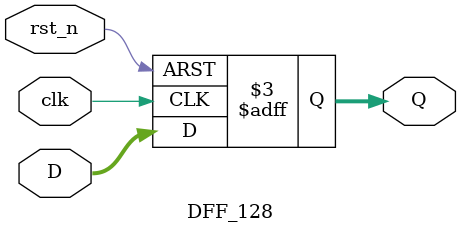
<source format=v>
module DFF_128(clk,D,Q,rst_n);
input clk;
input rst_n;
input [127:0] D;
output reg [127:0] Q;

always @(posedge clk or negedge rst_n) begin
    if (!rst_n) begin
        Q <= 128'h0;
    end
    else begin
        Q <= D; // Register the combinational result
    end
end
endmodule 
</source>
